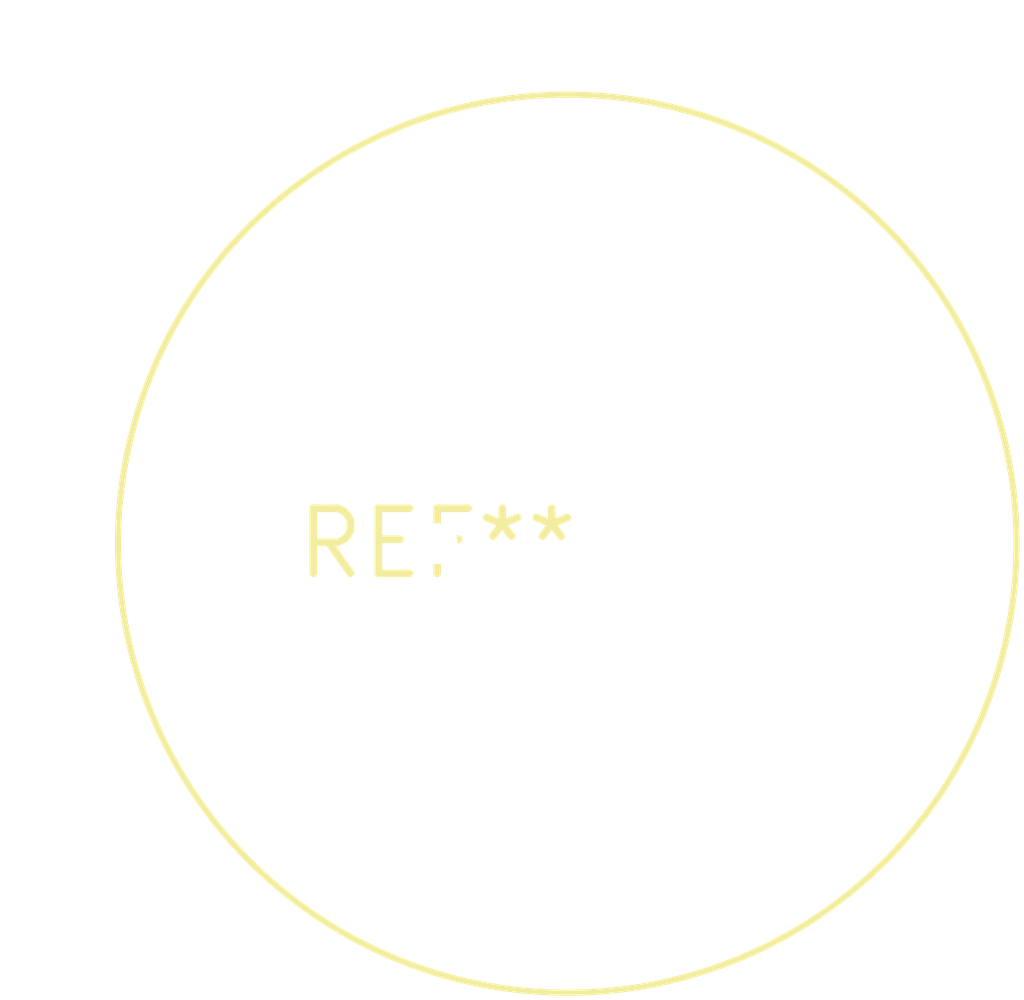
<source format=kicad_pcb>
(kicad_pcb (version 20240108) (generator pcbnew)
  (layers (0 "F.Cu" signal) (31 "B.Cu" signal) (34 "B.Paste" user) (35 "F.Paste" user) (36 "B.SilkS" user "B.Silkscreen") (37 "F.SilkS" user "F.Silkscreen") (38 "B.Mask" user) (39 "F.Mask" user) (44 "Edge.Cuts" user))
  (net 0 "")
  (footprint "TO-38-2_Window" (layer "F.Cu") (at 0 0)
    (property "Reference" "REF**")
    (property "Value" "TO-38-2_Window")
    (fp_circle (center 2.54 0) (end 11.31 0) (layer "F.SilkS") (stroke (width 0.12)) (fill none))
    (pad "1" thru_hole oval (at 0 0) (size 1.7 1.3) (drill 0.8) (layers *.Cu *.Mask) (remove_unused_layers))
    (pad "2" thru_hole oval (at 5.08 0) (size 1.3 1.3) (drill 0.8) (layers *.Cu *.Mask) (remove_unused_layers))
  )
)
</source>
